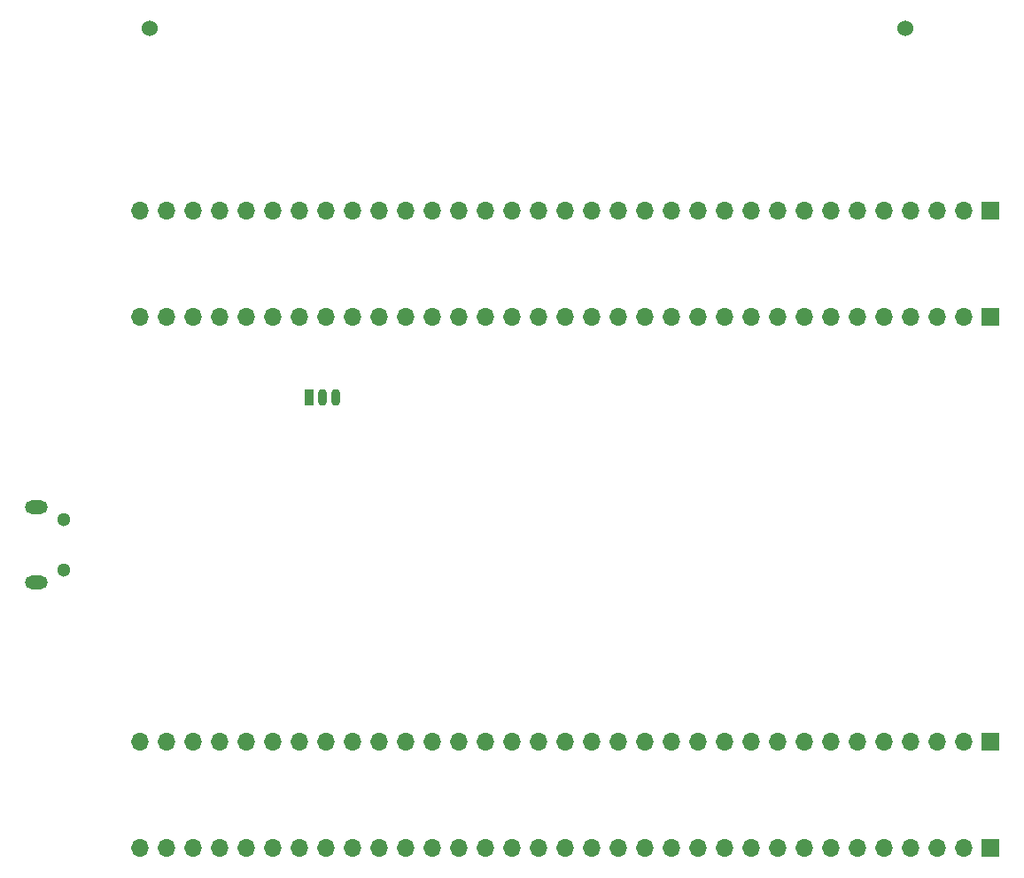
<source format=gts>
%TF.GenerationSoftware,KiCad,Pcbnew,(6.0.2-0)*%
%TF.CreationDate,2022-04-08T22:13:11+02:00*%
%TF.ProjectId,main,6d61696e-2e6b-4696-9361-645f70636258,rev?*%
%TF.SameCoordinates,Original*%
%TF.FileFunction,Soldermask,Top*%
%TF.FilePolarity,Negative*%
%FSLAX46Y46*%
G04 Gerber Fmt 4.6, Leading zero omitted, Abs format (unit mm)*
G04 Created by KiCad (PCBNEW (6.0.2-0)) date 2022-04-08 22:13:11*
%MOMM*%
%LPD*%
G01*
G04 APERTURE LIST*
%ADD10R,1.700000X1.700000*%
%ADD11O,1.700000X1.700000*%
%ADD12C,1.524000*%
%ADD13C,1.300000*%
%ADD14O,2.200000X1.300000*%
%ADD15R,0.900000X1.600000*%
%ADD16O,0.900000X1.600000*%
G04 APERTURE END LIST*
D10*
%TO.C,J2*%
X185540000Y-78160000D03*
D11*
X183000000Y-78160000D03*
X180460000Y-78160000D03*
X177920000Y-78160000D03*
X175380000Y-78160000D03*
X172840000Y-78160000D03*
X170300000Y-78160000D03*
X167760000Y-78160000D03*
X165220000Y-78160000D03*
X162680000Y-78160000D03*
X160140000Y-78160000D03*
X157600000Y-78160000D03*
X155060000Y-78160000D03*
X152520000Y-78160000D03*
X149980000Y-78160000D03*
X147440000Y-78160000D03*
X144900000Y-78160000D03*
X142360000Y-78160000D03*
X139820000Y-78160000D03*
X137280000Y-78160000D03*
X134740000Y-78160000D03*
X132200000Y-78160000D03*
X129660000Y-78160000D03*
X127120000Y-78160000D03*
X124580000Y-78160000D03*
X122040000Y-78160000D03*
X119500000Y-78160000D03*
X116960000Y-78160000D03*
X114420000Y-78160000D03*
X111880000Y-78160000D03*
X109340000Y-78160000D03*
X106800000Y-78160000D03*
X104260000Y-78160000D03*
%TD*%
D10*
%TO.C,J1*%
X185540000Y-68000000D03*
D11*
X183000000Y-68000000D03*
X180460000Y-68000000D03*
X177920000Y-68000000D03*
X175380000Y-68000000D03*
X172840000Y-68000000D03*
X170300000Y-68000000D03*
X167760000Y-68000000D03*
X165220000Y-68000000D03*
X162680000Y-68000000D03*
X160140000Y-68000000D03*
X157600000Y-68000000D03*
X155060000Y-68000000D03*
X152520000Y-68000000D03*
X149980000Y-68000000D03*
X147440000Y-68000000D03*
X144900000Y-68000000D03*
X142360000Y-68000000D03*
X139820000Y-68000000D03*
X137280000Y-68000000D03*
X134740000Y-68000000D03*
X132200000Y-68000000D03*
X129660000Y-68000000D03*
X127120000Y-68000000D03*
X124580000Y-68000000D03*
X122040000Y-68000000D03*
X119500000Y-68000000D03*
X116960000Y-68000000D03*
X114420000Y-68000000D03*
X111880000Y-68000000D03*
X109340000Y-68000000D03*
X106800000Y-68000000D03*
X104260000Y-68000000D03*
%TD*%
D10*
%TO.C,J4*%
X185540000Y-128960000D03*
D11*
X183000000Y-128960000D03*
X180460000Y-128960000D03*
X177920000Y-128960000D03*
X175380000Y-128960000D03*
X172840000Y-128960000D03*
X170300000Y-128960000D03*
X167760000Y-128960000D03*
X165220000Y-128960000D03*
X162680000Y-128960000D03*
X160140000Y-128960000D03*
X157600000Y-128960000D03*
X155060000Y-128960000D03*
X152520000Y-128960000D03*
X149980000Y-128960000D03*
X147440000Y-128960000D03*
X144900000Y-128960000D03*
X142360000Y-128960000D03*
X139820000Y-128960000D03*
X137280000Y-128960000D03*
X134740000Y-128960000D03*
X132200000Y-128960000D03*
X129660000Y-128960000D03*
X127120000Y-128960000D03*
X124580000Y-128960000D03*
X122040000Y-128960000D03*
X119500000Y-128960000D03*
X116960000Y-128960000D03*
X114420000Y-128960000D03*
X111880000Y-128960000D03*
X109340000Y-128960000D03*
X106800000Y-128960000D03*
X104260000Y-128960000D03*
%TD*%
D12*
%TO.C,BT1*%
X177370000Y-50550000D03*
X105150000Y-50550000D03*
%TD*%
D10*
%TO.C,J3*%
X185540000Y-118800000D03*
D11*
X183000000Y-118800000D03*
X180460000Y-118800000D03*
X177920000Y-118800000D03*
X175380000Y-118800000D03*
X172840000Y-118800000D03*
X170300000Y-118800000D03*
X167760000Y-118800000D03*
X165220000Y-118800000D03*
X162680000Y-118800000D03*
X160140000Y-118800000D03*
X157600000Y-118800000D03*
X155060000Y-118800000D03*
X152520000Y-118800000D03*
X149980000Y-118800000D03*
X147440000Y-118800000D03*
X144900000Y-118800000D03*
X142360000Y-118800000D03*
X139820000Y-118800000D03*
X137280000Y-118800000D03*
X134740000Y-118800000D03*
X132200000Y-118800000D03*
X129660000Y-118800000D03*
X127120000Y-118800000D03*
X124580000Y-118800000D03*
X122040000Y-118800000D03*
X119500000Y-118800000D03*
X116960000Y-118800000D03*
X114420000Y-118800000D03*
X111880000Y-118800000D03*
X109340000Y-118800000D03*
X106800000Y-118800000D03*
X104260000Y-118800000D03*
%TD*%
D13*
%TO.C,U4*%
X96965000Y-97483200D03*
D14*
X94295000Y-96308200D03*
X94295000Y-103508200D03*
D13*
X96965000Y-102333200D03*
%TD*%
D15*
%TO.C,U1*%
X120396000Y-85852000D03*
D16*
X121666000Y-85852000D03*
X122936000Y-85852000D03*
%TD*%
M02*

</source>
